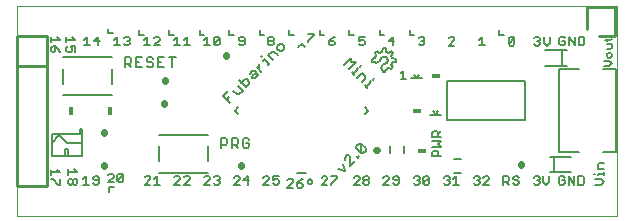
<source format=gto>
G75*
%MOIN*%
%OFA0B0*%
%FSLAX25Y25*%
%IPPOS*%
%LPD*%
%AMOC8*
5,1,8,0,0,1.08239X$1,22.5*
%
%ADD10C,0.00000*%
%ADD11C,0.01000*%
%ADD12C,0.00700*%
%ADD13C,0.00600*%
%ADD14C,0.00500*%
%ADD15C,0.02200*%
%ADD16R,0.03000X0.01800*%
%ADD17C,0.00800*%
%ADD18R,0.01800X0.03000*%
D10*
X0027595Y0221800D02*
X0027595Y0291800D01*
X0227595Y0291800D01*
X0227595Y0221800D01*
X0027595Y0221800D01*
D11*
X0027595Y0231800D02*
X0027595Y0271800D01*
X0027595Y0281800D01*
X0037595Y0281800D01*
X0037595Y0271800D01*
X0027595Y0271800D01*
X0037595Y0271800D02*
X0037595Y0231800D01*
X0027595Y0231800D01*
X0217795Y0284200D02*
X0217795Y0291400D01*
X0227195Y0291400D01*
X0227195Y0281800D01*
X0221795Y0281800D01*
D12*
X0189943Y0282160D02*
X0188386Y0282160D01*
X0188386Y0283717D01*
X0160143Y0282160D02*
X0158586Y0282160D01*
X0158586Y0283717D01*
X0150143Y0282160D02*
X0148586Y0282160D01*
X0148586Y0283717D01*
X0139943Y0282160D02*
X0138386Y0282160D01*
X0138386Y0283717D01*
X0130143Y0282160D02*
X0128586Y0282160D01*
X0128586Y0283717D01*
X0119943Y0282160D02*
X0118386Y0282160D01*
X0118386Y0283717D01*
X0116106Y0279007D02*
X0115327Y0279007D01*
X0114549Y0278228D01*
X0114549Y0277450D01*
X0115327Y0276671D01*
X0116106Y0276671D01*
X0116884Y0277450D01*
X0116884Y0278228D01*
X0116106Y0279007D01*
X0113501Y0276402D02*
X0114669Y0275234D01*
X0113501Y0276402D02*
X0112723Y0276402D01*
X0111555Y0275234D01*
X0113112Y0273678D01*
X0112154Y0272720D02*
X0111376Y0271941D01*
X0111765Y0272331D02*
X0110208Y0273887D01*
X0109819Y0273498D01*
X0109430Y0274666D02*
X0109040Y0275055D01*
X0108816Y0272496D02*
X0108427Y0272106D01*
X0108427Y0270549D01*
X0109205Y0269771D02*
X0107649Y0271328D01*
X0106990Y0269891D02*
X0108158Y0268724D01*
X0106990Y0267556D01*
X0106212Y0267556D01*
X0106212Y0268334D01*
X0107380Y0269502D01*
X0106990Y0269891D02*
X0106212Y0269891D01*
X0105433Y0269113D01*
X0104386Y0267287D02*
X0103608Y0267287D01*
X0102440Y0266119D01*
X0101661Y0266898D02*
X0103997Y0264562D01*
X0105164Y0265730D01*
X0105164Y0266508D01*
X0104386Y0267287D01*
X0101392Y0265072D02*
X0102949Y0263515D01*
X0101782Y0262347D01*
X0101003Y0262347D01*
X0099835Y0263515D01*
X0098010Y0263246D02*
X0096453Y0261689D01*
X0098788Y0259354D01*
X0097620Y0260521D02*
X0098399Y0261300D01*
X0079479Y0271250D02*
X0079479Y0274553D01*
X0078378Y0274553D02*
X0080580Y0274553D01*
X0076896Y0274553D02*
X0074695Y0274553D01*
X0074695Y0271250D01*
X0076896Y0271250D01*
X0075796Y0272901D02*
X0074695Y0272901D01*
X0073213Y0272351D02*
X0073213Y0271800D01*
X0072663Y0271250D01*
X0071562Y0271250D01*
X0071011Y0271800D01*
X0071562Y0272901D02*
X0072663Y0272901D01*
X0073213Y0272351D01*
X0073213Y0274002D02*
X0072663Y0274553D01*
X0071562Y0274553D01*
X0071011Y0274002D01*
X0071011Y0273452D01*
X0071562Y0272901D01*
X0069530Y0271250D02*
X0067328Y0271250D01*
X0067328Y0274553D01*
X0069530Y0274553D01*
X0068429Y0272901D02*
X0067328Y0272901D01*
X0065847Y0272901D02*
X0065297Y0272351D01*
X0063645Y0272351D01*
X0063645Y0271250D02*
X0063645Y0274553D01*
X0065297Y0274553D01*
X0065847Y0274002D01*
X0065847Y0272901D01*
X0064746Y0272351D02*
X0065847Y0271250D01*
X0068386Y0282160D02*
X0068386Y0283717D01*
X0068386Y0282160D02*
X0069943Y0282160D01*
X0078386Y0282160D02*
X0078386Y0283717D01*
X0078386Y0282160D02*
X0079943Y0282160D01*
X0088586Y0282160D02*
X0088586Y0283717D01*
X0088586Y0282160D02*
X0090143Y0282160D01*
X0098386Y0282160D02*
X0098386Y0283717D01*
X0098386Y0282160D02*
X0099943Y0282160D01*
X0108586Y0282160D02*
X0108586Y0283717D01*
X0108586Y0282160D02*
X0110143Y0282160D01*
X0136839Y0272166D02*
X0139174Y0274501D01*
X0139174Y0272944D01*
X0140731Y0272944D01*
X0138396Y0270609D01*
X0139443Y0269561D02*
X0140221Y0268783D01*
X0139832Y0269172D02*
X0141389Y0270729D01*
X0141000Y0271118D01*
X0142168Y0271507D02*
X0142557Y0271897D01*
X0142736Y0269382D02*
X0143904Y0268214D01*
X0143904Y0267436D01*
X0142736Y0266268D01*
X0143784Y0265221D02*
X0144562Y0264442D01*
X0144173Y0264831D02*
X0145730Y0266388D01*
X0145341Y0266778D01*
X0146508Y0267167D02*
X0146898Y0267556D01*
X0142736Y0269382D02*
X0141179Y0267825D01*
X0105213Y0247102D02*
X0104663Y0247653D01*
X0103562Y0247653D01*
X0103011Y0247102D01*
X0103011Y0244900D01*
X0103562Y0244350D01*
X0104663Y0244350D01*
X0105213Y0244900D01*
X0105213Y0246001D01*
X0104112Y0246001D01*
X0101530Y0246001D02*
X0100980Y0245451D01*
X0099328Y0245451D01*
X0099328Y0244350D02*
X0099328Y0247653D01*
X0100980Y0247653D01*
X0101530Y0247102D01*
X0101530Y0246001D01*
X0100429Y0245451D02*
X0101530Y0244350D01*
X0097847Y0246001D02*
X0097847Y0247102D01*
X0097297Y0247653D01*
X0095645Y0247653D01*
X0095645Y0244350D01*
X0095645Y0245451D02*
X0097297Y0245451D01*
X0097847Y0246001D01*
X0134721Y0237352D02*
X0137056Y0236573D01*
X0136278Y0238909D01*
X0136936Y0240346D02*
X0136936Y0241124D01*
X0137715Y0241902D01*
X0138493Y0241902D01*
X0138882Y0241513D01*
X0138882Y0238399D01*
X0140439Y0239956D01*
X0141487Y0241004D02*
X0141876Y0241393D01*
X0141487Y0241782D01*
X0141097Y0241393D01*
X0141487Y0241004D01*
X0142400Y0242695D02*
X0142400Y0245809D01*
X0143957Y0244252D01*
X0143957Y0243474D01*
X0143178Y0242695D01*
X0142400Y0242695D01*
X0140843Y0244252D01*
X0140843Y0245031D01*
X0141621Y0245809D01*
X0142400Y0245809D01*
X0060112Y0231409D02*
X0058555Y0231409D01*
X0058555Y0229852D01*
X0058186Y0282560D02*
X0058186Y0284117D01*
X0058186Y0282560D02*
X0059743Y0282560D01*
D13*
X0061063Y0281502D02*
X0061063Y0278600D01*
X0062030Y0278600D02*
X0060095Y0278600D01*
X0060095Y0280535D02*
X0061063Y0281502D01*
X0063318Y0281019D02*
X0063802Y0281502D01*
X0064769Y0281502D01*
X0065253Y0281019D01*
X0065253Y0280535D01*
X0064769Y0280051D01*
X0065253Y0279567D01*
X0065253Y0279084D01*
X0064769Y0278600D01*
X0063802Y0278600D01*
X0063318Y0279084D01*
X0064285Y0280051D02*
X0064769Y0280051D01*
X0070095Y0280535D02*
X0071063Y0281502D01*
X0071063Y0278600D01*
X0071063Y0281502D01*
X0070095Y0280535D01*
X0070095Y0278600D02*
X0072030Y0278600D01*
X0070095Y0278600D01*
X0073318Y0278600D02*
X0075253Y0280535D01*
X0075253Y0281019D01*
X0074769Y0281502D01*
X0073802Y0281502D01*
X0073318Y0281019D01*
X0073802Y0281502D01*
X0074769Y0281502D01*
X0075253Y0281019D01*
X0075253Y0280535D01*
X0073318Y0278600D01*
X0075253Y0278600D01*
X0073318Y0278600D01*
X0080095Y0278600D02*
X0082030Y0278600D01*
X0081063Y0278600D02*
X0081063Y0281502D01*
X0080095Y0280535D01*
X0083318Y0280535D02*
X0084285Y0281502D01*
X0084285Y0278600D01*
X0083318Y0278600D02*
X0085253Y0278600D01*
X0090095Y0278600D02*
X0092030Y0278600D01*
X0091063Y0278600D02*
X0091063Y0281502D01*
X0090095Y0280535D01*
X0093318Y0281019D02*
X0093802Y0281502D01*
X0094769Y0281502D01*
X0095253Y0281019D01*
X0093318Y0279084D01*
X0093802Y0278600D01*
X0094769Y0278600D01*
X0095253Y0279084D01*
X0095253Y0281019D01*
X0093318Y0281019D02*
X0093318Y0279084D01*
X0101695Y0279084D02*
X0102179Y0278600D01*
X0103146Y0278600D01*
X0103630Y0279084D01*
X0103630Y0281019D01*
X0103146Y0281502D01*
X0102179Y0281502D01*
X0101695Y0281019D01*
X0101695Y0280535D01*
X0102179Y0280051D01*
X0103630Y0280051D01*
X0111395Y0279567D02*
X0111879Y0280051D01*
X0112846Y0280051D01*
X0113330Y0279567D01*
X0113330Y0279084D01*
X0112846Y0278600D01*
X0111879Y0278600D01*
X0111395Y0279084D01*
X0111395Y0279567D01*
X0111879Y0280051D02*
X0111395Y0280535D01*
X0111395Y0281019D01*
X0111879Y0281502D01*
X0112846Y0281502D01*
X0113330Y0281019D01*
X0113330Y0280535D01*
X0112846Y0280051D01*
X0124795Y0280084D02*
X0124795Y0279600D01*
X0124795Y0280084D02*
X0126730Y0282019D01*
X0126730Y0282502D01*
X0124795Y0282502D01*
X0131695Y0280051D02*
X0133146Y0280051D01*
X0133630Y0279567D01*
X0133630Y0279084D01*
X0133146Y0278600D01*
X0132179Y0278600D01*
X0131695Y0279084D01*
X0131695Y0280051D01*
X0132663Y0281019D01*
X0133630Y0281502D01*
X0141695Y0281502D02*
X0141695Y0280051D01*
X0142663Y0280535D01*
X0143146Y0280535D01*
X0143630Y0280051D01*
X0143630Y0279084D01*
X0143146Y0278600D01*
X0142179Y0278600D01*
X0141695Y0279084D01*
X0141695Y0281502D02*
X0143630Y0281502D01*
X0151595Y0280051D02*
X0153530Y0280051D01*
X0153046Y0278600D02*
X0153046Y0281502D01*
X0151595Y0280051D01*
X0161595Y0279084D02*
X0162079Y0278600D01*
X0163046Y0278600D01*
X0163530Y0279084D01*
X0163530Y0279567D01*
X0163046Y0280051D01*
X0162563Y0280051D01*
X0163046Y0280051D02*
X0163530Y0280535D01*
X0163530Y0281019D01*
X0163046Y0281502D01*
X0162079Y0281502D01*
X0161595Y0281019D01*
X0171595Y0280919D02*
X0172079Y0281402D01*
X0173046Y0281402D01*
X0173530Y0280919D01*
X0173530Y0280435D01*
X0171595Y0278500D01*
X0173530Y0278500D01*
X0181695Y0278600D02*
X0183630Y0278600D01*
X0182663Y0278600D02*
X0182663Y0281502D01*
X0181695Y0280535D01*
X0191595Y0280919D02*
X0192079Y0281402D01*
X0193046Y0281402D01*
X0193530Y0280919D01*
X0191595Y0278984D01*
X0192079Y0278500D01*
X0193046Y0278500D01*
X0193530Y0278984D01*
X0193530Y0280919D01*
X0191595Y0280919D02*
X0191595Y0278984D01*
X0200095Y0278984D02*
X0200579Y0278500D01*
X0201546Y0278500D01*
X0202030Y0278984D01*
X0202030Y0279467D01*
X0201546Y0279951D01*
X0201063Y0279951D01*
X0201546Y0279951D02*
X0202030Y0280435D01*
X0202030Y0280919D01*
X0201546Y0281402D01*
X0200579Y0281402D01*
X0200095Y0280919D01*
X0203318Y0281402D02*
X0203318Y0279467D01*
X0204285Y0278500D01*
X0205253Y0279467D01*
X0205253Y0281402D01*
X0208495Y0281019D02*
X0208495Y0279084D01*
X0208979Y0278600D01*
X0209946Y0278600D01*
X0210430Y0279084D01*
X0210430Y0280051D01*
X0209463Y0280051D01*
X0210430Y0281019D02*
X0209946Y0281502D01*
X0208979Y0281502D01*
X0208495Y0281019D01*
X0211718Y0281502D02*
X0213653Y0278600D01*
X0213653Y0281502D01*
X0214941Y0281502D02*
X0216392Y0281502D01*
X0216876Y0281019D01*
X0216876Y0279084D01*
X0216392Y0278600D01*
X0214941Y0278600D01*
X0214941Y0281502D01*
X0211718Y0281502D02*
X0211718Y0278600D01*
X0157530Y0267300D02*
X0155595Y0267300D01*
X0156563Y0267300D02*
X0156563Y0270202D01*
X0155595Y0269235D01*
X0166676Y0249980D02*
X0166193Y0249497D01*
X0166193Y0248045D01*
X0169095Y0248045D01*
X0168128Y0248045D02*
X0168128Y0249497D01*
X0167644Y0249980D01*
X0166676Y0249980D01*
X0168128Y0249013D02*
X0169095Y0249980D01*
X0169095Y0246758D02*
X0166193Y0246758D01*
X0166193Y0244823D02*
X0169095Y0244823D01*
X0168128Y0245790D01*
X0169095Y0246758D01*
X0167644Y0243535D02*
X0168128Y0243051D01*
X0168128Y0241600D01*
X0169095Y0241600D02*
X0166193Y0241600D01*
X0166193Y0243051D01*
X0166676Y0243535D01*
X0167644Y0243535D01*
X0173514Y0240862D02*
X0175876Y0240862D01*
X0175876Y0236138D02*
X0173514Y0236138D01*
X0174185Y0235002D02*
X0173218Y0234035D01*
X0171930Y0234035D02*
X0171446Y0233551D01*
X0171930Y0233067D01*
X0171930Y0232584D01*
X0171446Y0232100D01*
X0170479Y0232100D01*
X0169995Y0232584D01*
X0170963Y0233551D02*
X0171446Y0233551D01*
X0171930Y0234035D02*
X0171930Y0234519D01*
X0171446Y0235002D01*
X0170479Y0235002D01*
X0169995Y0234519D01*
X0173218Y0232100D02*
X0175153Y0232100D01*
X0174185Y0232100D02*
X0174185Y0235002D01*
X0179995Y0234519D02*
X0180479Y0235002D01*
X0181446Y0235002D01*
X0181930Y0234519D01*
X0181930Y0234035D01*
X0181446Y0233551D01*
X0181930Y0233067D01*
X0181930Y0232584D01*
X0181446Y0232100D01*
X0180479Y0232100D01*
X0179995Y0232584D01*
X0180963Y0233551D02*
X0181446Y0233551D01*
X0183218Y0234519D02*
X0183702Y0235002D01*
X0184669Y0235002D01*
X0185153Y0234519D01*
X0185153Y0234035D01*
X0183218Y0232100D01*
X0185153Y0232100D01*
X0189895Y0232100D02*
X0189895Y0235002D01*
X0191346Y0235002D01*
X0191830Y0234519D01*
X0191830Y0233551D01*
X0191346Y0233067D01*
X0189895Y0233067D01*
X0190863Y0233067D02*
X0191830Y0232100D01*
X0193118Y0232584D02*
X0193602Y0232100D01*
X0194569Y0232100D01*
X0195053Y0232584D01*
X0195053Y0233067D01*
X0194569Y0233551D01*
X0193602Y0233551D01*
X0193118Y0234035D01*
X0193118Y0234519D01*
X0193602Y0235002D01*
X0194569Y0235002D01*
X0195053Y0234519D01*
X0199995Y0234519D02*
X0200479Y0235002D01*
X0201446Y0235002D01*
X0201930Y0234519D01*
X0201930Y0234035D01*
X0201446Y0233551D01*
X0201930Y0233067D01*
X0201930Y0232584D01*
X0201446Y0232100D01*
X0200479Y0232100D01*
X0199995Y0232584D01*
X0200963Y0233551D02*
X0201446Y0233551D01*
X0203218Y0233067D02*
X0204185Y0232100D01*
X0205153Y0233067D01*
X0205153Y0235002D01*
X0203218Y0235002D02*
X0203218Y0233067D01*
X0208395Y0232584D02*
X0208395Y0234519D01*
X0208879Y0235002D01*
X0209846Y0235002D01*
X0210330Y0234519D01*
X0210330Y0233551D02*
X0209363Y0233551D01*
X0210330Y0233551D02*
X0210330Y0232584D01*
X0209846Y0232100D01*
X0208879Y0232100D01*
X0208395Y0232584D01*
X0211618Y0232100D02*
X0211618Y0235002D01*
X0213553Y0232100D01*
X0213553Y0235002D01*
X0214841Y0235002D02*
X0216292Y0235002D01*
X0216776Y0234519D01*
X0216776Y0232584D01*
X0216292Y0232100D01*
X0214841Y0232100D01*
X0214841Y0235002D01*
X0220009Y0235806D02*
X0220493Y0235806D01*
X0221460Y0235806D02*
X0223395Y0235806D01*
X0223395Y0235323D02*
X0223395Y0236290D01*
X0223395Y0237471D02*
X0221460Y0237471D01*
X0221460Y0238922D01*
X0221944Y0239406D01*
X0223395Y0239406D01*
X0221460Y0235806D02*
X0221460Y0235323D01*
X0220493Y0234035D02*
X0222428Y0234035D01*
X0223395Y0233067D01*
X0222428Y0232100D01*
X0220493Y0232100D01*
X0165153Y0232584D02*
X0164669Y0232100D01*
X0163702Y0232100D01*
X0163218Y0232584D01*
X0165153Y0234519D01*
X0165153Y0232584D01*
X0165153Y0234519D02*
X0164669Y0235002D01*
X0163702Y0235002D01*
X0163218Y0234519D01*
X0163218Y0232584D01*
X0161930Y0232584D02*
X0161446Y0232100D01*
X0160479Y0232100D01*
X0159995Y0232584D01*
X0160963Y0233551D02*
X0161446Y0233551D01*
X0161930Y0233067D01*
X0161930Y0232584D01*
X0161446Y0233551D02*
X0161930Y0234035D01*
X0161930Y0234519D01*
X0161446Y0235002D01*
X0160479Y0235002D01*
X0159995Y0234519D01*
X0155053Y0234519D02*
X0155053Y0232584D01*
X0154569Y0232100D01*
X0153602Y0232100D01*
X0153118Y0232584D01*
X0153602Y0233551D02*
X0155053Y0233551D01*
X0155053Y0234519D02*
X0154569Y0235002D01*
X0153602Y0235002D01*
X0153118Y0234519D01*
X0153118Y0234035D01*
X0153602Y0233551D01*
X0151830Y0234035D02*
X0149895Y0232100D01*
X0151830Y0232100D01*
X0151830Y0234035D02*
X0151830Y0234519D01*
X0151346Y0235002D01*
X0150379Y0235002D01*
X0149895Y0234519D01*
X0145153Y0234519D02*
X0145153Y0234035D01*
X0144669Y0233551D01*
X0143702Y0233551D01*
X0143218Y0234035D01*
X0143218Y0234519D01*
X0143702Y0235002D01*
X0144669Y0235002D01*
X0145153Y0234519D01*
X0144669Y0233551D02*
X0145153Y0233067D01*
X0145153Y0232584D01*
X0144669Y0232100D01*
X0143702Y0232100D01*
X0143218Y0232584D01*
X0143218Y0233067D01*
X0143702Y0233551D01*
X0141930Y0234035D02*
X0141930Y0234519D01*
X0141446Y0235002D01*
X0140479Y0235002D01*
X0139995Y0234519D01*
X0141930Y0234035D02*
X0139995Y0232100D01*
X0141930Y0232100D01*
X0134453Y0234419D02*
X0132518Y0232484D01*
X0132518Y0232000D01*
X0131230Y0232000D02*
X0129295Y0232000D01*
X0131230Y0233935D01*
X0131230Y0234419D01*
X0130746Y0234902D01*
X0129779Y0234902D01*
X0129295Y0234419D01*
X0132518Y0234902D02*
X0134453Y0234902D01*
X0134453Y0234419D01*
X0122953Y0234102D02*
X0121985Y0233619D01*
X0121018Y0232651D01*
X0122469Y0232651D01*
X0122953Y0232167D01*
X0122953Y0231684D01*
X0122469Y0231200D01*
X0121502Y0231200D01*
X0121018Y0231684D01*
X0121018Y0232651D01*
X0119730Y0233135D02*
X0117795Y0231200D01*
X0119730Y0231200D01*
X0119730Y0233135D02*
X0119730Y0233619D01*
X0119246Y0234102D01*
X0118279Y0234102D01*
X0117795Y0233619D01*
X0115053Y0233551D02*
X0115053Y0232584D01*
X0114569Y0232100D01*
X0113602Y0232100D01*
X0113118Y0232584D01*
X0113118Y0233551D02*
X0114085Y0234035D01*
X0114569Y0234035D01*
X0115053Y0233551D01*
X0115053Y0235002D02*
X0113118Y0235002D01*
X0113118Y0233551D01*
X0111830Y0234035D02*
X0111830Y0234519D01*
X0111346Y0235002D01*
X0110379Y0235002D01*
X0109895Y0234519D01*
X0111830Y0234035D02*
X0109895Y0232100D01*
X0111830Y0232100D01*
X0105153Y0233551D02*
X0103218Y0233551D01*
X0104669Y0235002D01*
X0104669Y0232100D01*
X0101930Y0232100D02*
X0099995Y0232100D01*
X0101930Y0234035D01*
X0101930Y0234519D01*
X0101446Y0235002D01*
X0100479Y0235002D01*
X0099995Y0234519D01*
X0095253Y0234619D02*
X0095253Y0234135D01*
X0094769Y0233651D01*
X0095253Y0233167D01*
X0095253Y0232684D01*
X0094769Y0232200D01*
X0093802Y0232200D01*
X0093318Y0232684D01*
X0094285Y0233651D02*
X0094769Y0233651D01*
X0095253Y0234619D02*
X0094769Y0235102D01*
X0093802Y0235102D01*
X0093318Y0234619D01*
X0092030Y0234619D02*
X0091546Y0235102D01*
X0090579Y0235102D01*
X0090095Y0234619D01*
X0092030Y0234619D02*
X0092030Y0234135D01*
X0090095Y0232200D01*
X0092030Y0232200D01*
X0091563Y0236101D02*
X0075027Y0236101D01*
X0074485Y0235102D02*
X0074485Y0232200D01*
X0073518Y0232200D02*
X0075453Y0232200D01*
X0073518Y0234135D02*
X0074485Y0235102D01*
X0072230Y0234619D02*
X0071746Y0235102D01*
X0070779Y0235102D01*
X0070295Y0234619D01*
X0072230Y0234619D02*
X0072230Y0234135D01*
X0070295Y0232200D01*
X0072230Y0232200D01*
X0063153Y0233384D02*
X0062669Y0232900D01*
X0061702Y0232900D01*
X0061218Y0233384D01*
X0063153Y0235319D01*
X0063153Y0233384D01*
X0063153Y0235319D02*
X0062669Y0235802D01*
X0061702Y0235802D01*
X0061218Y0235319D01*
X0061218Y0233384D01*
X0059930Y0232900D02*
X0057995Y0232900D01*
X0059930Y0234835D01*
X0059930Y0235319D01*
X0059446Y0235802D01*
X0058479Y0235802D01*
X0057995Y0235319D01*
X0055053Y0234519D02*
X0055053Y0232584D01*
X0054569Y0232100D01*
X0053602Y0232100D01*
X0053118Y0232584D01*
X0053602Y0233551D02*
X0055053Y0233551D01*
X0055053Y0234519D02*
X0054569Y0235002D01*
X0053602Y0235002D01*
X0053118Y0234519D01*
X0053118Y0234035D01*
X0053602Y0233551D01*
X0051830Y0232100D02*
X0049895Y0232100D01*
X0050863Y0232100D02*
X0050863Y0235002D01*
X0049895Y0234035D01*
X0047798Y0233594D02*
X0047798Y0232626D01*
X0047314Y0232142D01*
X0046830Y0232142D01*
X0046346Y0232626D01*
X0046346Y0233594D01*
X0046830Y0234077D01*
X0047314Y0234077D01*
X0047798Y0233594D01*
X0046346Y0233594D02*
X0045863Y0234077D01*
X0045379Y0234077D01*
X0044895Y0233594D01*
X0044895Y0232626D01*
X0045379Y0232142D01*
X0045863Y0232142D01*
X0046346Y0232626D01*
X0044895Y0235365D02*
X0044895Y0237300D01*
X0044895Y0236333D02*
X0047798Y0236333D01*
X0046830Y0237300D01*
X0041998Y0236233D02*
X0039095Y0236233D01*
X0039095Y0237200D02*
X0039095Y0235265D01*
X0039095Y0233977D02*
X0039579Y0233977D01*
X0041514Y0232042D01*
X0041998Y0232042D01*
X0041998Y0233977D01*
X0041998Y0236233D02*
X0041030Y0237200D01*
X0075027Y0239900D02*
X0075027Y0244900D01*
X0075027Y0248699D02*
X0091563Y0248699D01*
X0091563Y0244900D02*
X0091563Y0239900D01*
X0085253Y0234619D02*
X0084769Y0235102D01*
X0083802Y0235102D01*
X0083318Y0234619D01*
X0082030Y0234619D02*
X0081546Y0235102D01*
X0080579Y0235102D01*
X0080095Y0234619D01*
X0082030Y0234619D02*
X0082030Y0234135D01*
X0080095Y0232200D01*
X0082030Y0232200D01*
X0083318Y0232200D02*
X0085253Y0234135D01*
X0085253Y0234619D01*
X0085253Y0232200D02*
X0083318Y0232200D01*
X0059463Y0262001D02*
X0042927Y0262001D01*
X0042927Y0265800D02*
X0042927Y0270800D01*
X0042927Y0274599D02*
X0059463Y0274599D01*
X0059463Y0270800D02*
X0059463Y0265800D01*
X0047098Y0276342D02*
X0047098Y0278277D01*
X0045646Y0278277D01*
X0046130Y0277310D01*
X0046130Y0276826D01*
X0045646Y0276342D01*
X0044679Y0276342D01*
X0044195Y0276826D01*
X0044195Y0277794D01*
X0044679Y0278277D01*
X0044195Y0279565D02*
X0044195Y0281500D01*
X0044195Y0280533D02*
X0047098Y0280533D01*
X0046130Y0281500D01*
X0050095Y0280535D02*
X0051063Y0281502D01*
X0051063Y0278600D01*
X0052030Y0278600D02*
X0050095Y0278600D01*
X0053318Y0280051D02*
X0055253Y0280051D01*
X0054769Y0278600D02*
X0054769Y0281502D01*
X0053318Y0280051D01*
X0041998Y0280533D02*
X0039095Y0280533D01*
X0039095Y0281500D02*
X0039095Y0279565D01*
X0039579Y0278277D02*
X0039095Y0277794D01*
X0039095Y0276826D01*
X0039579Y0276342D01*
X0040063Y0276342D01*
X0040546Y0276826D01*
X0040546Y0278277D01*
X0039579Y0278277D01*
X0040546Y0278277D02*
X0041514Y0277310D01*
X0041998Y0276342D01*
X0041998Y0280533D02*
X0041030Y0281500D01*
X0151933Y0244981D02*
X0151933Y0242619D01*
X0156657Y0242619D02*
X0156657Y0244981D01*
D14*
X0124600Y0233137D02*
X0124602Y0233193D01*
X0124608Y0233248D01*
X0124618Y0233303D01*
X0124632Y0233356D01*
X0124649Y0233409D01*
X0124670Y0233461D01*
X0124695Y0233510D01*
X0124724Y0233558D01*
X0124755Y0233604D01*
X0124790Y0233647D01*
X0124828Y0233688D01*
X0124869Y0233726D01*
X0124912Y0233761D01*
X0124958Y0233792D01*
X0125006Y0233821D01*
X0125055Y0233846D01*
X0125107Y0233867D01*
X0125160Y0233884D01*
X0125213Y0233898D01*
X0125268Y0233908D01*
X0125323Y0233914D01*
X0125379Y0233916D01*
X0125435Y0233914D01*
X0125490Y0233908D01*
X0125545Y0233898D01*
X0125598Y0233884D01*
X0125651Y0233867D01*
X0125703Y0233846D01*
X0125752Y0233821D01*
X0125800Y0233792D01*
X0125846Y0233761D01*
X0125889Y0233726D01*
X0125930Y0233688D01*
X0125968Y0233647D01*
X0126003Y0233604D01*
X0126034Y0233558D01*
X0126063Y0233510D01*
X0126088Y0233461D01*
X0126109Y0233409D01*
X0126126Y0233356D01*
X0126140Y0233303D01*
X0126150Y0233248D01*
X0126156Y0233193D01*
X0126158Y0233137D01*
X0126156Y0233081D01*
X0126150Y0233026D01*
X0126140Y0232971D01*
X0126126Y0232918D01*
X0126109Y0232865D01*
X0126088Y0232813D01*
X0126063Y0232764D01*
X0126034Y0232716D01*
X0126003Y0232670D01*
X0125968Y0232627D01*
X0125930Y0232586D01*
X0125889Y0232548D01*
X0125846Y0232513D01*
X0125800Y0232482D01*
X0125752Y0232453D01*
X0125703Y0232428D01*
X0125651Y0232407D01*
X0125598Y0232390D01*
X0125545Y0232376D01*
X0125490Y0232366D01*
X0125435Y0232360D01*
X0125379Y0232358D01*
X0125323Y0232360D01*
X0125268Y0232366D01*
X0125213Y0232376D01*
X0125160Y0232390D01*
X0125107Y0232407D01*
X0125055Y0232428D01*
X0125006Y0232453D01*
X0124958Y0232482D01*
X0124912Y0232513D01*
X0124869Y0232548D01*
X0124828Y0232586D01*
X0124790Y0232627D01*
X0124755Y0232670D01*
X0124724Y0232716D01*
X0124695Y0232764D01*
X0124670Y0232813D01*
X0124649Y0232865D01*
X0124632Y0232918D01*
X0124618Y0232971D01*
X0124608Y0233026D01*
X0124602Y0233081D01*
X0124600Y0233137D01*
X0223443Y0271750D02*
X0225111Y0271750D01*
X0225945Y0272584D01*
X0225111Y0273418D01*
X0223443Y0273418D01*
X0224694Y0274512D02*
X0224277Y0274929D01*
X0224277Y0275763D01*
X0224694Y0276180D01*
X0225528Y0276180D01*
X0225945Y0275763D01*
X0225945Y0274929D01*
X0225528Y0274512D01*
X0224694Y0274512D01*
X0224277Y0277275D02*
X0225528Y0277275D01*
X0225945Y0277692D01*
X0225945Y0278943D01*
X0224277Y0278943D01*
X0224277Y0280037D02*
X0224277Y0280871D01*
X0223860Y0280454D02*
X0225528Y0280454D01*
X0225945Y0280871D01*
D15*
X0147615Y0243600D02*
X0147375Y0243600D01*
X0102312Y0238586D02*
X0102312Y0238345D01*
X0076895Y0259180D02*
X0076895Y0259420D01*
X0076995Y0266780D02*
X0076995Y0267020D01*
X0097495Y0274980D02*
X0097495Y0275220D01*
X0056795Y0249720D02*
X0056795Y0249480D01*
X0056795Y0238620D02*
X0056795Y0238380D01*
X0195595Y0238780D02*
X0195595Y0239020D01*
D16*
X0162595Y0243500D03*
X0160995Y0256700D03*
X0167295Y0268300D03*
D17*
X0171162Y0266646D02*
X0196962Y0266646D01*
X0196962Y0253646D01*
X0171162Y0253646D01*
X0171162Y0266646D01*
X0162806Y0267631D02*
X0160995Y0267631D01*
X0160075Y0268851D01*
X0159184Y0267631D02*
X0160995Y0267631D01*
X0161095Y0267691D02*
X0161855Y0268851D01*
X0153975Y0273198D02*
X0152915Y0272986D01*
X0152561Y0272067D01*
X0153127Y0271218D01*
X0152490Y0270582D01*
X0151642Y0271147D01*
X0150723Y0270794D01*
X0150511Y0269733D01*
X0149591Y0269804D01*
X0149450Y0270794D01*
X0149026Y0270935D01*
X0149733Y0272491D01*
X0148884Y0273339D02*
X0147329Y0272632D01*
X0147187Y0273056D01*
X0146197Y0273198D01*
X0146127Y0274117D01*
X0147187Y0274329D01*
X0147541Y0275249D01*
X0146975Y0276097D01*
X0147611Y0276733D01*
X0148531Y0276097D01*
X0149379Y0276521D01*
X0149591Y0277582D01*
X0150581Y0277582D01*
X0150723Y0276451D01*
X0151571Y0276168D01*
X0152561Y0276733D01*
X0153198Y0276097D01*
X0152561Y0275178D01*
X0152844Y0274329D01*
X0153975Y0274188D01*
X0153975Y0273198D01*
X0149733Y0272492D02*
X0149800Y0272475D01*
X0149868Y0272463D01*
X0149936Y0272454D01*
X0150005Y0272450D01*
X0150074Y0272449D01*
X0150143Y0272452D01*
X0150211Y0272460D01*
X0150279Y0272471D01*
X0150346Y0272486D01*
X0150413Y0272504D01*
X0150478Y0272527D01*
X0150542Y0272553D01*
X0150604Y0272583D01*
X0150664Y0272616D01*
X0150723Y0272653D01*
X0150779Y0272693D01*
X0150833Y0272736D01*
X0150884Y0272782D01*
X0150932Y0272830D01*
X0150978Y0272882D01*
X0151021Y0272936D01*
X0151060Y0272993D01*
X0151097Y0273051D01*
X0151130Y0273112D01*
X0151159Y0273174D01*
X0151185Y0273238D01*
X0151207Y0273303D01*
X0151225Y0273370D01*
X0151240Y0273437D01*
X0151250Y0273505D01*
X0151257Y0273574D01*
X0151260Y0273643D01*
X0151259Y0273711D01*
X0151254Y0273780D01*
X0151245Y0273849D01*
X0151232Y0273916D01*
X0151215Y0273983D01*
X0151195Y0274049D01*
X0151171Y0274114D01*
X0151143Y0274177D01*
X0151112Y0274238D01*
X0151077Y0274297D01*
X0151039Y0274355D01*
X0150998Y0274410D01*
X0150953Y0274463D01*
X0150906Y0274513D01*
X0150856Y0274560D01*
X0150803Y0274605D01*
X0150748Y0274646D01*
X0150691Y0274684D01*
X0150631Y0274719D01*
X0150570Y0274750D01*
X0150507Y0274778D01*
X0150442Y0274802D01*
X0150376Y0274822D01*
X0150309Y0274839D01*
X0150242Y0274852D01*
X0150173Y0274861D01*
X0150105Y0274866D01*
X0150036Y0274867D01*
X0149967Y0274864D01*
X0149898Y0274857D01*
X0149830Y0274847D01*
X0149763Y0274832D01*
X0149696Y0274814D01*
X0149631Y0274792D01*
X0149567Y0274766D01*
X0149505Y0274737D01*
X0149444Y0274704D01*
X0149386Y0274667D01*
X0149329Y0274628D01*
X0149275Y0274585D01*
X0149223Y0274539D01*
X0149175Y0274491D01*
X0149129Y0274440D01*
X0149086Y0274386D01*
X0149046Y0274330D01*
X0149009Y0274271D01*
X0148976Y0274211D01*
X0148946Y0274149D01*
X0148920Y0274085D01*
X0148897Y0274020D01*
X0148879Y0273953D01*
X0148864Y0273886D01*
X0148853Y0273818D01*
X0148845Y0273750D01*
X0148842Y0273681D01*
X0148843Y0273612D01*
X0148847Y0273543D01*
X0148856Y0273475D01*
X0148868Y0273407D01*
X0148885Y0273340D01*
X0123709Y0277958D02*
X0122595Y0279071D01*
X0121482Y0277958D01*
X0101438Y0257914D02*
X0100324Y0256800D01*
X0101438Y0255686D01*
X0143753Y0255686D02*
X0144866Y0256800D01*
X0143753Y0257914D01*
X0165484Y0255531D02*
X0167295Y0255531D01*
X0166375Y0256751D01*
X0167295Y0255531D02*
X0169106Y0255531D01*
X0168155Y0256751D02*
X0167395Y0255591D01*
X0203852Y0271841D02*
X0209364Y0271841D01*
X0209364Y0276959D01*
X0203852Y0276959D01*
X0209364Y0276959D02*
X0210938Y0276959D01*
X0210938Y0271841D02*
X0209364Y0271841D01*
X0208468Y0270569D02*
X0208468Y0243009D01*
X0215160Y0243009D01*
X0212338Y0241359D02*
X0206827Y0241359D01*
X0206827Y0236241D01*
X0212338Y0236241D01*
X0206827Y0236241D02*
X0205252Y0236241D01*
X0205252Y0241359D02*
X0206827Y0241359D01*
X0223231Y0243009D02*
X0227562Y0243009D01*
X0227562Y0270569D01*
X0223231Y0270569D01*
X0215160Y0270569D02*
X0208468Y0270569D01*
X0123987Y0235921D02*
X0121203Y0235921D01*
X0049395Y0241600D02*
X0044895Y0241600D01*
X0044895Y0244100D01*
X0043895Y0244100D01*
X0043895Y0242100D01*
X0044895Y0241600D02*
X0039395Y0241600D01*
X0039395Y0246100D01*
X0041895Y0248600D01*
X0044395Y0246100D01*
X0049395Y0246100D01*
X0049395Y0241600D01*
X0049395Y0246100D02*
X0049395Y0250600D01*
X0048895Y0250600D01*
X0048895Y0249100D01*
X0039395Y0249100D01*
X0039395Y0246100D01*
D18*
X0045795Y0256800D03*
X0058595Y0256800D03*
M02*

</source>
